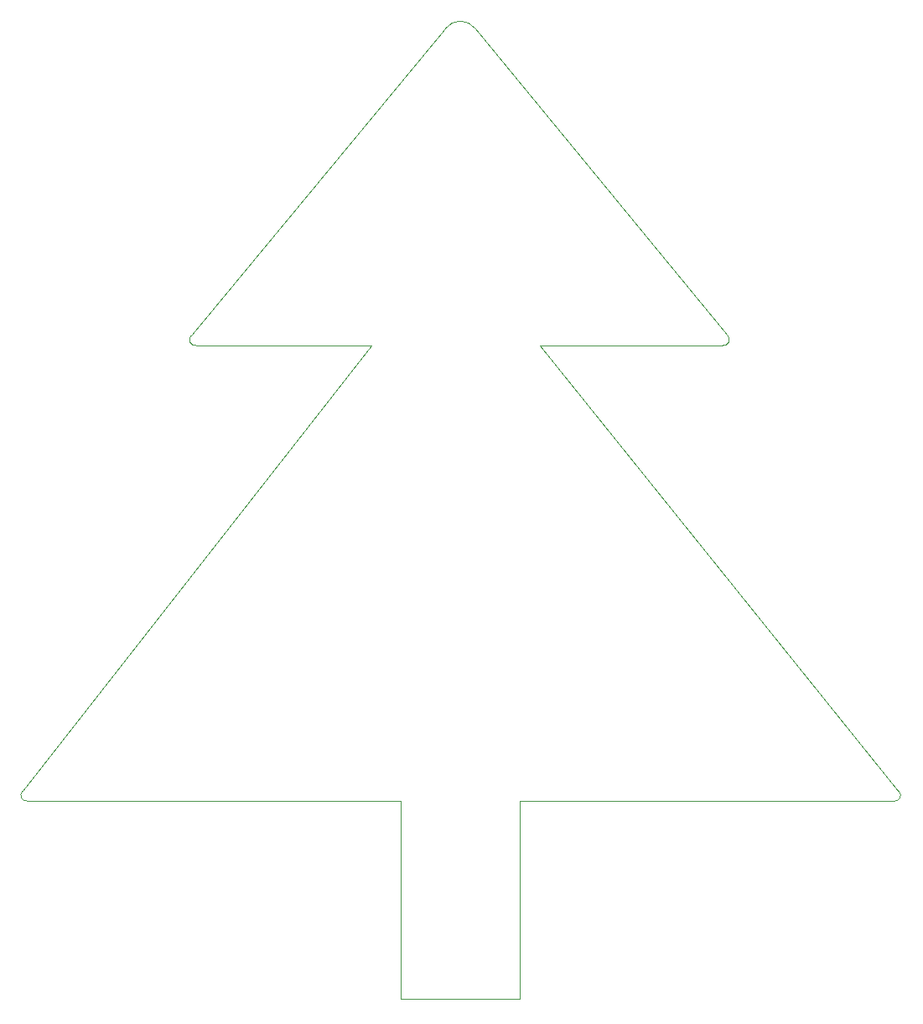
<source format=gm1>
G04 #@! TF.GenerationSoftware,KiCad,Pcbnew,7.0.2.1-36-g582732918d-dirty-deb11*
G04 #@! TF.CreationDate,2024-01-19T17:51:50+00:00*
G04 #@! TF.ProjectId,baumsatz,6261756d-7361-4747-9a2e-6b696361645f,rev?*
G04 #@! TF.SameCoordinates,Original*
G04 #@! TF.FileFunction,Profile,NP*
%FSLAX46Y46*%
G04 Gerber Fmt 4.6, Leading zero omitted, Abs format (unit mm)*
G04 Created by KiCad (PCBNEW 7.0.2.1-36-g582732918d-dirty-deb11) date 2024-01-19 17:51:50*
%MOMM*%
%LPD*%
G01*
G04 APERTURE LIST*
G04 #@! TA.AperFunction,Profile*
%ADD10C,0.100000*%
G04 #@! TD*
G04 APERTURE END LIST*
D10*
X-26689623Y-33999999D02*
X-9000000Y-34000000D01*
X44289622Y-79019812D02*
X8000000Y-34000000D01*
X1500000Y-2000000D02*
G75*
G03*
X-1500000Y-2000000I-1500000J-1165617D01*
G01*
X-6000000Y-100000000D02*
X6000000Y-100000000D01*
X-6000000Y-80000000D02*
X-6000000Y-100000000D01*
X8000000Y-34000000D02*
X26499999Y-34000000D01*
X6000000Y-80000000D02*
X43789623Y-80019811D01*
X43789623Y-80019810D02*
G75*
G03*
X44289622Y-79019812I83377J583310D01*
G01*
X-27189621Y-33000001D02*
G75*
G03*
X-26689623Y-33999998I416668J-416664D01*
G01*
X26499998Y-34000006D02*
G75*
G03*
X26999998Y-33000001I83332J583336D01*
G01*
X6000000Y-100000000D02*
X6000000Y-80000000D01*
X-43707783Y-79998892D02*
X-6000000Y-80000000D01*
X-1500000Y-2000000D02*
X-27189622Y-33000000D01*
X-44207782Y-78998892D02*
G75*
G03*
X-43707783Y-79998892I407782J-421109D01*
G01*
X-9000000Y-34000000D02*
X-44207782Y-78998892D01*
X27000000Y-33000000D02*
X1500000Y-2000000D01*
M02*

</source>
